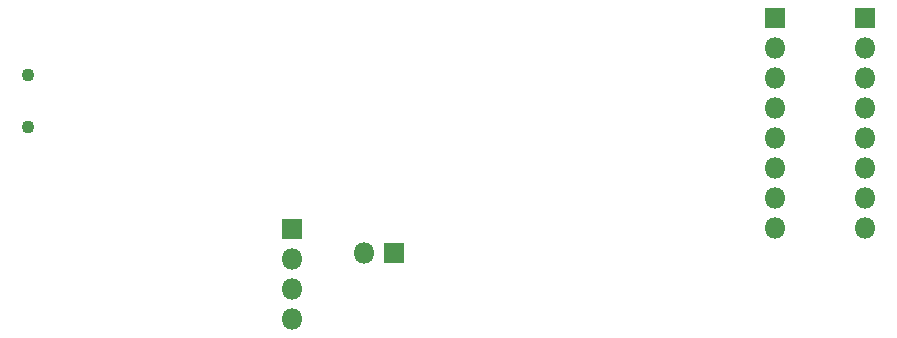
<source format=gbr>
%TF.GenerationSoftware,KiCad,Pcbnew,(5.1.6)-1*%
%TF.CreationDate,2020-09-08T21:42:59+03:00*%
%TF.ProjectId,freepdk,66726565-7064-46b2-9e6b-696361645f70,3*%
%TF.SameCoordinates,PX3c51298PY447eab0*%
%TF.FileFunction,Soldermask,Bot*%
%TF.FilePolarity,Negative*%
%FSLAX46Y46*%
G04 Gerber Fmt 4.6, Leading zero omitted, Abs format (unit mm)*
G04 Created by KiCad (PCBNEW (5.1.6)-1) date 2020-09-08 21:42:59*
%MOMM*%
%LPD*%
G01*
G04 APERTURE LIST*
%ADD10O,1.800000X1.800000*%
%ADD11R,1.800000X1.800000*%
%ADD12C,1.100000*%
G04 APERTURE END LIST*
D10*
%TO.C,J4*%
X76316000Y12220000D03*
X76316000Y14760000D03*
X76316000Y17300000D03*
X76316000Y19840000D03*
X76316000Y22380000D03*
X76316000Y24920000D03*
X76316000Y27460000D03*
D11*
X76316000Y30000000D03*
%TD*%
D10*
%TO.C,J3*%
X68706000Y12220000D03*
X68706000Y14760000D03*
X68706000Y17300000D03*
X68706000Y19840000D03*
X68706000Y22380000D03*
X68706000Y24920000D03*
X68706000Y27460000D03*
D11*
X68706000Y30000000D03*
%TD*%
D12*
%TO.C,J1*%
X5460000Y20800000D03*
X5460000Y25200000D03*
%TD*%
D10*
%TO.C,J5*%
X33908000Y10100000D03*
D11*
X36448000Y10100000D03*
%TD*%
D10*
%TO.C,J2*%
X27812000Y4512000D03*
X27812000Y7052000D03*
X27812000Y9592000D03*
D11*
X27812000Y12132000D03*
%TD*%
M02*

</source>
